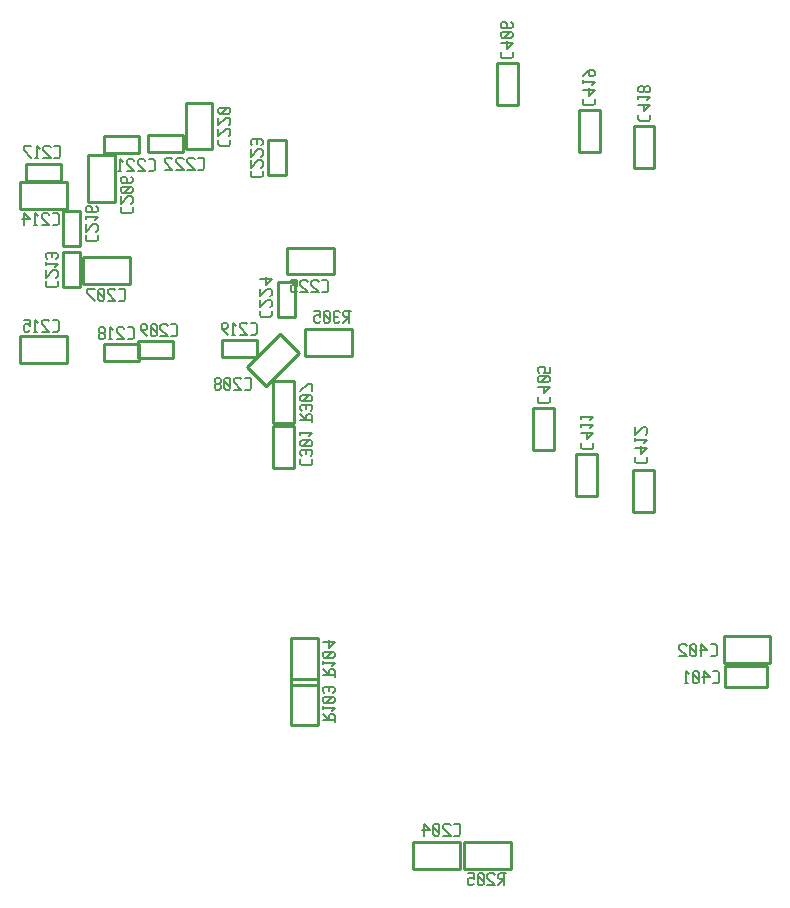
<source format=gbr>
G04 start of page 10 for group -4078 idx -4078 *
G04 Title: (unknown), bottomsilk *
G04 Creator: pcb 20110918 *
G04 CreationDate: Tue 10 Apr 2012 05:20:11 AM GMT UTC *
G04 For: haunma *
G04 Format: Gerber/RS-274X *
G04 PCB-Dimensions: 360000 400000 *
G04 PCB-Coordinate-Origin: lower left *
%MOIN*%
%FSLAX25Y25*%
%LNBOTTOMSILK*%
%ADD197C,0.0080*%
%ADD196C,0.0100*%
G54D196*X177952Y161999D02*Y146401D01*
X169048D02*X177952D01*
X169048Y161999D02*Y146401D01*
Y161999D02*X177952D01*
Y148399D02*Y132801D01*
X169048D02*X177952D01*
X169048Y148399D02*Y132801D01*
Y148399D02*X177952D01*
X209701Y85048D02*X225299D01*
X209701Y93952D02*Y85048D01*
Y93952D02*X225299D01*
Y85048D01*
X271868Y338011D02*Y323989D01*
X264932D02*X271868D01*
X264932Y338011D02*Y323989D01*
Y338011D02*X271868D01*
X283132Y332611D02*Y318589D01*
Y332611D02*X290068D01*
Y318589D01*
X283132D02*X290068D01*
X289968Y218011D02*Y203989D01*
X283032D02*X289968D01*
X283032Y218011D02*Y203989D01*
Y218011D02*X289968D01*
X256468Y238711D02*Y224689D01*
X249532D02*X256468D01*
X249532Y238711D02*Y224689D01*
Y238711D02*X256468D01*
X264032Y223111D02*Y209089D01*
Y223111D02*X270968D01*
Y209089D01*
X264032D02*X270968D01*
X170277Y280630D02*Y268970D01*
X164523D02*X170277D01*
X164523Y280630D02*Y268970D01*
Y280630D02*X170277D01*
X133848Y340399D02*Y324801D01*
Y340399D02*X142752D01*
Y324801D01*
X133848D02*X142752D01*
X157430Y261177D02*X145770D01*
X157430Y255423D02*Y261177D01*
X145770Y255423D02*X157430D01*
X145770Y261177D02*Y255423D01*
X161423Y327830D02*Y316170D01*
Y327830D02*X167177D01*
Y316170D01*
X161423D02*X167177D01*
X244468Y353511D02*Y339489D01*
X237532D02*X244468D01*
X237532Y353511D02*Y339489D01*
Y353511D02*X244468D01*
X313489Y152568D02*X327511D01*
Y145632D01*
X313489D02*X327511D01*
X313489Y152568D02*Y145632D01*
X313101Y162452D02*X328699D01*
Y153548D01*
X313101D02*X328699D01*
X313101Y162452D02*Y153548D01*
X226701Y85048D02*X242299D01*
X226701Y93952D02*Y85048D01*
Y93952D02*X242299D01*
Y85048D01*
X99701Y279948D02*X115299D01*
X99701Y288852D02*Y279948D01*
Y288852D02*X115299D01*
Y279948D01*
X121170Y323823D02*X132830D01*
X121170Y329577D02*Y323823D01*
Y329577D02*X132830D01*
Y323823D01*
X92923Y304230D02*Y292570D01*
Y304230D02*X98677D01*
Y292570D01*
X92923D02*X98677D01*
X101248Y322799D02*Y307201D01*
Y322799D02*X110152D01*
Y307201D01*
X101248D02*X110152D01*
X106470Y323423D02*X118130D01*
X106470D02*Y329177D01*
X118130D01*
Y323423D02*Y329177D01*
X98677Y290530D02*Y278870D01*
X92923D02*X98677D01*
X92923Y290530D02*Y278870D01*
Y290530D02*X98677D01*
X160633Y245838D02*X171662Y256867D01*
X154337Y252134D02*X160633Y245838D01*
X154337Y252134D02*X165366Y263163D01*
X171662Y256867D01*
X163032Y247511D02*Y233489D01*
Y247511D02*X169968D01*
Y233489D01*
X163032D02*X169968D01*
X118130Y259877D02*X106470D01*
X118130Y254123D02*Y259877D01*
X106470Y254123D02*X118130D01*
X106470Y259877D02*Y254123D01*
X118070Y255323D02*X129730D01*
X118070Y261077D02*Y255323D01*
Y261077D02*X129730D01*
Y255323D01*
X169968Y218489D02*Y232511D01*
X163032Y218489D02*X169968D01*
X163032D02*Y232511D01*
X169968D01*
X183239Y292059D02*X167641D01*
X183239Y283155D02*Y292059D01*
X167641Y283155D02*X183239D01*
X167641Y292059D02*Y283155D01*
X189299Y264952D02*X173701D01*
X189299Y256048D02*Y264952D01*
X173701Y256048D02*X189299D01*
X173701Y264952D02*Y256048D01*
X78701Y305048D02*X94299D01*
X78701Y313952D02*Y305048D01*
Y313952D02*X94299D01*
Y305048D01*
X78701Y253548D02*X94299D01*
X78701Y262452D02*Y253548D01*
Y262452D02*X94299D01*
Y253548D01*
X80570Y314286D02*X92230D01*
X80570Y320040D02*Y314286D01*
Y320040D02*X92230D01*
Y314286D01*
G54D197*X183500Y149000D02*Y151000D01*
X183000Y151500D01*
X182000D02*X183000D01*
X181500Y151000D02*X182000Y151500D01*
X181500Y149500D02*Y151000D01*
X179500Y149500D02*X183500D01*
X181500D02*X179500Y151500D01*
Y153200D02*Y154200D01*
Y153700D02*X183500D01*
X182500Y152700D02*X183500Y153700D01*
X180000Y155400D02*X179500Y155900D01*
X180000Y155400D02*X183000D01*
X183500Y155900D01*
Y156900D01*
X183000Y157400D01*
X180000D02*X183000D01*
X179500Y156900D02*X180000Y157400D01*
X179500Y155900D02*Y156900D01*
X180500Y155400D02*X182500Y157400D01*
X181500Y158600D02*X183500Y160600D01*
X181500Y158600D02*Y161100D01*
X179500Y160600D02*X183500D01*
Y134000D02*Y136000D01*
X183000Y136500D01*
X182000D02*X183000D01*
X181500Y136000D02*X182000Y136500D01*
X181500Y134500D02*Y136000D01*
X179500Y134500D02*X183500D01*
X181500D02*X179500Y136500D01*
Y138200D02*Y139200D01*
Y138700D02*X183500D01*
X182500Y137700D02*X183500Y138700D01*
X180000Y140400D02*X179500Y140900D01*
X180000Y140400D02*X183000D01*
X183500Y140900D01*
Y141900D01*
X183000Y142400D01*
X180000D02*X183000D01*
X179500Y141900D02*X180000Y142400D01*
X179500Y140900D02*Y141900D01*
X180500Y140400D02*X182500Y142400D01*
X183000Y143600D02*X183500Y144100D01*
Y145100D01*
X183000Y145600D01*
X180000D02*X183000D01*
X179500Y145100D02*X180000Y145600D01*
X179500Y144100D02*Y145100D01*
X180000Y143600D02*X179500Y144100D01*
X181500D02*Y145600D01*
X309700Y146900D02*X311200D01*
X311700Y147400D02*X311200Y146900D01*
X311700Y147400D02*Y150400D01*
X311200Y150900D01*
X309700D02*X311200D01*
X308500Y148900D02*X306500Y150900D01*
X306000Y148900D02*X308500D01*
X306500Y146900D02*Y150900D01*
X304800Y147400D02*X304300Y146900D01*
X304800Y147400D02*Y150400D01*
X304300Y150900D01*
X303300D02*X304300D01*
X303300D02*X302800Y150400D01*
Y147400D02*Y150400D01*
X303300Y146900D02*X302800Y147400D01*
X303300Y146900D02*X304300D01*
X304800Y147900D02*X302800Y149900D01*
X300100Y146900D02*X301100D01*
X300600D02*Y150900D01*
X301600Y149900D02*X300600Y150900D01*
X308900Y155900D02*X310400D01*
X310900Y156400D02*X310400Y155900D01*
X310900Y156400D02*Y159400D01*
X310400Y159900D01*
X308900D02*X310400D01*
X307700Y157900D02*X305700Y159900D01*
X305200Y157900D02*X307700D01*
X305700Y155900D02*Y159900D01*
X304000Y156400D02*X303500Y155900D01*
X304000Y156400D02*Y159400D01*
X303500Y159900D01*
X302500D02*X303500D01*
X302500D02*X302000Y159400D01*
Y156400D02*Y159400D01*
X302500Y155900D02*X302000Y156400D01*
X302500Y155900D02*X303500D01*
X304000Y156900D02*X302000Y158900D01*
X300800Y159400D02*X300300Y159900D01*
X298800D02*X300300D01*
X298800D02*X298300Y159400D01*
Y158400D02*Y159400D01*
X300800Y155900D02*X298300Y158400D01*
Y155900D02*X300800D01*
X176000Y234000D02*Y236000D01*
X175500Y236500D01*
X174500D02*X175500D01*
X174000Y236000D02*X174500Y236500D01*
X174000Y234500D02*Y236000D01*
X172000Y234500D02*X176000D01*
X174000D02*X172000Y236500D01*
X175500Y237700D02*X176000Y238200D01*
Y239200D01*
X175500Y239700D01*
X172500D02*X175500D01*
X172000Y239200D02*X172500Y239700D01*
X172000Y238200D02*Y239200D01*
X172500Y237700D02*X172000Y238200D01*
X174000D02*Y239700D01*
X172500Y240900D02*X172000Y241400D01*
X172500Y240900D02*X175500D01*
X176000Y241400D01*
Y242400D01*
X175500Y242900D01*
X172500D02*X175500D01*
X172000Y242400D02*X172500Y242900D01*
X172000Y241400D02*Y242400D01*
X173000Y240900D02*X175000Y242900D01*
X172000Y244100D02*X174500Y246600D01*
X176000D01*
Y244100D02*Y246600D01*
X172000Y220000D02*Y221500D01*
X172500Y219500D02*X172000Y220000D01*
X172500Y219500D02*X175500D01*
X176000Y220000D01*
Y221500D01*
X175500Y222700D02*X176000Y223200D01*
Y224200D01*
X175500Y224700D01*
X172500D02*X175500D01*
X172000Y224200D02*X172500Y224700D01*
X172000Y223200D02*Y224200D01*
X172500Y222700D02*X172000Y223200D01*
X174000D02*Y224700D01*
X172500Y225900D02*X172000Y226400D01*
X172500Y225900D02*X175500D01*
X176000Y226400D01*
Y227400D01*
X175500Y227900D01*
X172500D02*X175500D01*
X172000Y227400D02*X172500Y227900D01*
X172000Y226400D02*Y227400D01*
X173000Y225900D02*X175000Y227900D01*
X172000Y229600D02*Y230600D01*
Y230100D02*X176000D01*
X175000Y229100D02*X176000Y230100D01*
X186799Y270921D02*X188799D01*
X186799D02*X186299Y270421D01*
Y269421D02*Y270421D01*
X186799Y268921D02*X186299Y269421D01*
X186799Y268921D02*X188299D01*
Y266921D02*Y270921D01*
Y268921D02*X186299Y266921D01*
X185099Y270421D02*X184599Y270921D01*
X183599D02*X184599D01*
X183599D02*X183099Y270421D01*
Y267421D02*Y270421D01*
X183599Y266921D02*X183099Y267421D01*
X183599Y266921D02*X184599D01*
X185099Y267421D02*X184599Y266921D01*
X183099Y268921D02*X184599D01*
X181899Y267421D02*X181399Y266921D01*
X181899Y267421D02*Y270421D01*
X181399Y270921D01*
X180399D02*X181399D01*
X180399D02*X179899Y270421D01*
Y267421D02*Y270421D01*
X180399Y266921D02*X179899Y267421D01*
X180399Y266921D02*X181399D01*
X181899Y267921D02*X179899Y269921D01*
X176699Y270921D02*X178699D01*
Y268921D02*Y270921D01*
Y268921D02*X178199Y269421D01*
X177199D02*X178199D01*
X177199D02*X176699Y268921D01*
Y267421D02*Y268921D01*
X177199Y266921D02*X176699Y267421D01*
X177199Y266921D02*X178199D01*
X178699Y267421D02*X178199Y266921D01*
X238500Y83532D02*X240500D01*
X238500D02*X238000Y83032D01*
Y82032D02*Y83032D01*
X238500Y81532D02*X238000Y82032D01*
X238500Y81532D02*X240000D01*
Y79532D02*Y83532D01*
Y81532D02*X238000Y79532D01*
X236800Y83032D02*X236300Y83532D01*
X234800D02*X236300D01*
X234800D02*X234300Y83032D01*
Y82032D02*Y83032D01*
X236800Y79532D02*X234300Y82032D01*
Y79532D02*X236800D01*
X233100Y80032D02*X232600Y79532D01*
X233100Y80032D02*Y83032D01*
X232600Y83532D01*
X231600D02*X232600D01*
X231600D02*X231100Y83032D01*
Y80032D02*Y83032D01*
X231600Y79532D02*X231100Y80032D01*
X231600Y79532D02*X232600D01*
X233100Y80532D02*X231100Y82532D01*
X227900Y83532D02*X229900D01*
Y81532D02*Y83532D01*
Y81532D02*X229400Y82032D01*
X228400D02*X229400D01*
X228400D02*X227900Y81532D01*
Y80032D02*Y81532D01*
X228400Y79532D02*X227900Y80032D01*
X228400Y79532D02*X229400D01*
X229900Y80032D02*X229400Y79532D01*
X158500Y269500D02*Y271000D01*
X159000Y269000D02*X158500Y269500D01*
X159000Y269000D02*X162000D01*
X162500Y269500D01*
Y271000D01*
X162000Y272200D02*X162500Y272700D01*
Y274200D01*
X162000Y274700D01*
X161000D02*X162000D01*
X158500Y272200D02*X161000Y274700D01*
X158500Y272200D02*Y274700D01*
X162000Y275900D02*X162500Y276400D01*
Y277900D01*
X162000Y278400D01*
X161000D02*X162000D01*
X158500Y275900D02*X161000Y278400D01*
X158500Y275900D02*Y278400D01*
X160500Y279600D02*X162500Y281600D01*
X160500Y279600D02*Y282100D01*
X158500Y281600D02*X162500D01*
X144700Y326500D02*Y328000D01*
X145200Y326000D02*X144700Y326500D01*
X145200Y326000D02*X148200D01*
X148700Y326500D01*
Y328000D01*
X148200Y329200D02*X148700Y329700D01*
Y331200D01*
X148200Y331700D01*
X147200D02*X148200D01*
X144700Y329200D02*X147200Y331700D01*
X144700Y329200D02*Y331700D01*
X148200Y332900D02*X148700Y333400D01*
Y334900D01*
X148200Y335400D01*
X147200D02*X148200D01*
X144700Y332900D02*X147200Y335400D01*
X144700Y332900D02*Y335400D01*
X145200Y336600D02*X144700Y337100D01*
X145200Y336600D02*X148200D01*
X148700Y337100D01*
Y338100D01*
X148200Y338600D01*
X145200D02*X148200D01*
X144700Y338100D02*X145200Y338600D01*
X144700Y337100D02*Y338100D01*
X145700Y336600D02*X147700Y338600D01*
X155500Y316000D02*Y317500D01*
X156000Y315500D02*X155500Y316000D01*
X156000Y315500D02*X159000D01*
X159500Y316000D01*
Y317500D01*
X159000Y318700D02*X159500Y319200D01*
Y320700D01*
X159000Y321200D01*
X158000D02*X159000D01*
X155500Y318700D02*X158000Y321200D01*
X155500Y318700D02*Y321200D01*
X159000Y322400D02*X159500Y322900D01*
Y324400D01*
X159000Y324900D01*
X158000D02*X159000D01*
X155500Y322400D02*X158000Y324900D01*
X155500Y322400D02*Y324900D01*
X159000Y326100D02*X159500Y326600D01*
Y327600D01*
X159000Y328100D01*
X156000D02*X159000D01*
X155500Y327600D02*X156000Y328100D01*
X155500Y326600D02*Y327600D01*
X156000Y326100D02*X155500Y326600D01*
X157500D02*Y328100D01*
X179359Y277114D02*X180859D01*
X181359Y277614D02*X180859Y277114D01*
X181359Y277614D02*Y280614D01*
X180859Y281114D01*
X179359D02*X180859D01*
X178159Y280614D02*X177659Y281114D01*
X176159D02*X177659D01*
X176159D02*X175659Y280614D01*
Y279614D02*Y280614D01*
X178159Y277114D02*X175659Y279614D01*
Y277114D02*X178159D01*
X174459Y280614D02*X173959Y281114D01*
X172459D02*X173959D01*
X172459D02*X171959Y280614D01*
Y279614D02*Y280614D01*
X174459Y277114D02*X171959Y279614D01*
Y277114D02*X174459D01*
X168759Y281114D02*X170759D01*
Y279114D02*Y281114D01*
Y279114D02*X170259Y279614D01*
X169259D02*X170259D01*
X169259D02*X168759Y279114D01*
Y277614D02*Y279114D01*
X169259Y277114D02*X168759Y277614D01*
X169259Y277114D02*X170259D01*
X170759Y277614D02*X170259Y277114D01*
X138000Y318000D02*X139500D01*
X140000Y318500D02*X139500Y318000D01*
X140000Y318500D02*Y321500D01*
X139500Y322000D01*
X138000D02*X139500D01*
X136800Y321500D02*X136300Y322000D01*
X134800D02*X136300D01*
X134800D02*X134300Y321500D01*
Y320500D02*Y321500D01*
X136800Y318000D02*X134300Y320500D01*
Y318000D02*X136800D01*
X133100Y321500D02*X132600Y322000D01*
X131100D02*X132600D01*
X131100D02*X130600Y321500D01*
Y320500D02*Y321500D01*
X133100Y318000D02*X130600Y320500D01*
Y318000D02*X133100D01*
X129400Y321500D02*X128900Y322000D01*
X127400D02*X128900D01*
X127400D02*X126900Y321500D01*
Y320500D02*Y321500D01*
X129400Y318000D02*X126900Y320500D01*
Y318000D02*X129400D01*
X121500Y317500D02*X123000D01*
X123500Y318000D02*X123000Y317500D01*
X123500Y318000D02*Y321000D01*
X123000Y321500D01*
X121500D02*X123000D01*
X120300Y321000D02*X119800Y321500D01*
X118300D02*X119800D01*
X118300D02*X117800Y321000D01*
Y320000D02*Y321000D01*
X120300Y317500D02*X117800Y320000D01*
Y317500D02*X120300D01*
X116600Y321000D02*X116100Y321500D01*
X114600D02*X116100D01*
X114600D02*X114100Y321000D01*
Y320000D02*Y321000D01*
X116600Y317500D02*X114100Y320000D01*
Y317500D02*X116600D01*
X111400D02*X112400D01*
X111900D02*Y321500D01*
X112900Y320500D02*X111900Y321500D01*
X111600Y274300D02*X113100D01*
X113600Y274800D02*X113100Y274300D01*
X113600Y274800D02*Y277800D01*
X113100Y278300D01*
X111600D02*X113100D01*
X110400Y277800D02*X109900Y278300D01*
X108400D02*X109900D01*
X108400D02*X107900Y277800D01*
Y276800D02*Y277800D01*
X110400Y274300D02*X107900Y276800D01*
Y274300D02*X110400D01*
X106700Y274800D02*X106200Y274300D01*
X106700Y274800D02*Y277800D01*
X106200Y278300D01*
X105200D02*X106200D01*
X105200D02*X104700Y277800D01*
Y274800D02*Y277800D01*
X105200Y274300D02*X104700Y274800D01*
X105200Y274300D02*X106200D01*
X106700Y275300D02*X104700Y277300D01*
X103500Y274300D02*X101000Y276800D01*
Y278300D01*
X103500D01*
X100500Y294700D02*Y296200D01*
X101000Y294200D02*X100500Y294700D01*
X101000Y294200D02*X104000D01*
X104500Y294700D01*
Y296200D01*
X104000Y297400D02*X104500Y297900D01*
Y299400D01*
X104000Y299900D01*
X103000D02*X104000D01*
X100500Y297400D02*X103000Y299900D01*
X100500Y297400D02*Y299900D01*
Y301600D02*Y302600D01*
Y302100D02*X104500D01*
X103500Y301100D02*X104500Y302100D01*
Y305300D02*X104000Y305800D01*
X104500Y304300D02*Y305300D01*
X104000Y303800D02*X104500Y304300D01*
X101000Y303800D02*X104000D01*
X101000D02*X100500Y304300D01*
X102500Y305300D02*X102000Y305800D01*
X102500Y303800D02*Y305300D01*
X100500Y304300D02*Y305300D01*
X101000Y305800D01*
X102000D01*
X112200Y304000D02*Y305500D01*
X112700Y303500D02*X112200Y304000D01*
X112700Y303500D02*X115700D01*
X116200Y304000D01*
Y305500D01*
X115700Y306700D02*X116200Y307200D01*
Y308700D01*
X115700Y309200D01*
X114700D02*X115700D01*
X112200Y306700D02*X114700Y309200D01*
X112200Y306700D02*Y309200D01*
X112700Y310400D02*X112200Y310900D01*
X112700Y310400D02*X115700D01*
X116200Y310900D01*
Y311900D01*
X115700Y312400D01*
X112700D02*X115700D01*
X112200Y311900D02*X112700Y312400D01*
X112200Y310900D02*Y311900D01*
X113200Y310400D02*X115200Y312400D01*
X116200Y315100D02*X115700Y315600D01*
X116200Y314100D02*Y315100D01*
X115700Y313600D02*X116200Y314100D01*
X112700Y313600D02*X115700D01*
X112700D02*X112200Y314100D01*
X114200Y315100D02*X113700Y315600D01*
X114200Y313600D02*Y315100D01*
X112200Y314100D02*Y315100D01*
X112700Y315600D01*
X113700D01*
X251200Y240751D02*Y242251D01*
X251700Y240251D02*X251200Y240751D01*
X251700Y240251D02*X254700D01*
X255200Y240751D01*
Y242251D01*
X253200Y243451D02*X255200Y245451D01*
X253200Y243451D02*Y245951D01*
X251200Y245451D02*X255200D01*
X251700Y247151D02*X251200Y247651D01*
X251700Y247151D02*X254700D01*
X255200Y247651D01*
Y248651D01*
X254700Y249151D01*
X251700D02*X254700D01*
X251200Y248651D02*X251700Y249151D01*
X251200Y247651D02*Y248651D01*
X252200Y247151D02*X254200Y249151D01*
X255200Y250351D02*Y252351D01*
X253200Y250351D02*X255200D01*
X253200D02*X253700Y250851D01*
Y251851D01*
X253200Y252351D01*
X251700D02*X253200D01*
X251200Y251851D02*X251700Y252351D01*
X251200Y250851D02*Y251851D01*
X251700Y250351D02*X251200Y250851D01*
X283600Y220651D02*Y222151D01*
X284100Y220151D02*X283600Y220651D01*
X284100Y220151D02*X287100D01*
X287600Y220651D01*
Y222151D01*
X285600Y223351D02*X287600Y225351D01*
X285600Y223351D02*Y225851D01*
X283600Y225351D02*X287600D01*
X283600Y227551D02*Y228551D01*
Y228051D02*X287600D01*
X286600Y227051D02*X287600Y228051D01*
X287100Y229751D02*X287600Y230251D01*
Y231751D01*
X287100Y232251D01*
X286100D02*X287100D01*
X283600Y229751D02*X286100Y232251D01*
X283600Y229751D02*Y232251D01*
X265600Y225400D02*Y226900D01*
X266100Y224900D02*X265600Y225400D01*
X266100Y224900D02*X269100D01*
X269600Y225400D01*
Y226900D01*
X267600Y228100D02*X269600Y230100D01*
X267600Y228100D02*Y230600D01*
X265600Y230100D02*X269600D01*
X265600Y232300D02*Y233300D01*
Y232800D02*X269600D01*
X268600Y231800D02*X269600Y232800D01*
X265600Y235000D02*Y236000D01*
Y235500D02*X269600D01*
X268600Y234500D02*X269600Y235500D01*
X266137Y339991D02*Y341491D01*
X266637Y339491D02*X266137Y339991D01*
X266637Y339491D02*X269637D01*
X270137Y339991D01*
Y341491D01*
X268137Y342691D02*X270137Y344691D01*
X268137Y342691D02*Y345191D01*
X266137Y344691D02*X270137D01*
X266137Y346891D02*Y347891D01*
Y347391D02*X270137D01*
X269137Y346391D02*X270137Y347391D01*
X266137Y349091D02*X268137Y351091D01*
X269637D01*
X270137Y350591D02*X269637Y351091D01*
X270137Y349591D02*Y350591D01*
X269637Y349091D02*X270137Y349591D01*
X268637Y349091D02*X269637D01*
X268637D02*X268137Y349591D01*
Y351091D01*
X284737Y334789D02*Y336289D01*
X285237Y334289D02*X284737Y334789D01*
X285237Y334289D02*X288237D01*
X288737Y334789D01*
Y336289D01*
X286737Y337489D02*X288737Y339489D01*
X286737Y337489D02*Y339989D01*
X284737Y339489D02*X288737D01*
X284737Y341689D02*Y342689D01*
Y342189D02*X288737D01*
X287737Y341189D02*X288737Y342189D01*
X285237Y343889D02*X284737Y344389D01*
X285237Y343889D02*X286237D01*
X286737Y344389D01*
Y345389D01*
X286237Y345889D01*
X285237D02*X286237D01*
X284737Y345389D02*X285237Y345889D01*
X284737Y344389D02*Y345389D01*
X287237Y343889D02*X286737Y344389D01*
X287237Y343889D02*X288237D01*
X288737Y344389D01*
Y345389D01*
X288237Y345889D01*
X287237D02*X288237D01*
X286737Y345389D02*X287237Y345889D01*
X238900Y355600D02*Y357100D01*
X239400Y355100D02*X238900Y355600D01*
X239400Y355100D02*X242400D01*
X242900Y355600D01*
Y357100D01*
X240900Y358300D02*X242900Y360300D01*
X240900Y358300D02*Y360800D01*
X238900Y360300D02*X242900D01*
X239400Y362000D02*X238900Y362500D01*
X239400Y362000D02*X242400D01*
X242900Y362500D01*
Y363500D01*
X242400Y364000D01*
X239400D02*X242400D01*
X238900Y363500D02*X239400Y364000D01*
X238900Y362500D02*Y363500D01*
X239900Y362000D02*X241900Y364000D01*
X242900Y366700D02*X242400Y367200D01*
X242900Y365700D02*Y366700D01*
X242400Y365200D02*X242900Y365700D01*
X239400Y365200D02*X242400D01*
X239400D02*X238900Y365700D01*
X240900Y366700D02*X240400Y367200D01*
X240900Y365200D02*Y366700D01*
X238900Y365700D02*Y366700D01*
X239400Y367200D01*
X240400D01*
X90000Y322000D02*X91500D01*
X92000Y322500D02*X91500Y322000D01*
X92000Y322500D02*Y325500D01*
X91500Y326000D01*
X90000D02*X91500D01*
X88800Y325500D02*X88300Y326000D01*
X86800D02*X88300D01*
X86800D02*X86300Y325500D01*
Y324500D02*Y325500D01*
X88800Y322000D02*X86300Y324500D01*
Y322000D02*X88800D01*
X83600D02*X84600D01*
X84100D02*Y326000D01*
X85100Y325000D02*X84100Y326000D01*
X82400Y322000D02*X79900Y324500D01*
Y326000D01*
X82400D01*
X87200Y279300D02*Y280800D01*
X87700Y278800D02*X87200Y279300D01*
X87700Y278800D02*X90700D01*
X91200Y279300D01*
Y280800D01*
X90700Y282000D02*X91200Y282500D01*
Y284000D01*
X90700Y284500D01*
X89700D02*X90700D01*
X87200Y282000D02*X89700Y284500D01*
X87200Y282000D02*Y284500D01*
Y286200D02*Y287200D01*
Y286700D02*X91200D01*
X90200Y285700D02*X91200Y286700D01*
X90700Y288400D02*X91200Y288900D01*
Y289900D01*
X90700Y290400D01*
X87700D02*X90700D01*
X87200Y289900D02*X87700Y290400D01*
X87200Y288900D02*Y289900D01*
X87700Y288400D02*X87200Y288900D01*
X89200D02*Y290400D01*
X89500Y299500D02*X91000D01*
X91500Y300000D02*X91000Y299500D01*
X91500Y300000D02*Y303000D01*
X91000Y303500D01*
X89500D02*X91000D01*
X88300Y303000D02*X87800Y303500D01*
X86300D02*X87800D01*
X86300D02*X85800Y303000D01*
Y302000D02*Y303000D01*
X88300Y299500D02*X85800Y302000D01*
Y299500D02*X88300D01*
X83100D02*X84100D01*
X83600D02*Y303500D01*
X84600Y302500D02*X83600Y303500D01*
X81900Y301500D02*X79900Y303500D01*
X79400Y301500D02*X81900D01*
X79900Y299500D02*Y303500D01*
X89500Y264000D02*X91000D01*
X91500Y264500D02*X91000Y264000D01*
X91500Y264500D02*Y267500D01*
X91000Y268000D01*
X89500D02*X91000D01*
X88300Y267500D02*X87800Y268000D01*
X86300D02*X87800D01*
X86300D02*X85800Y267500D01*
Y266500D02*Y267500D01*
X88300Y264000D02*X85800Y266500D01*
Y264000D02*X88300D01*
X83100D02*X84100D01*
X83600D02*Y268000D01*
X84600Y267000D02*X83600Y268000D01*
X79900D02*X81900D01*
Y266000D02*Y268000D01*
Y266000D02*X81400Y266500D01*
X80400D02*X81400D01*
X80400D02*X79900Y266000D01*
Y264500D02*Y266000D01*
X80400Y264000D02*X79900Y264500D01*
X80400Y264000D02*X81400D01*
X81900Y264500D02*X81400Y264000D01*
X153607Y244681D02*X155107D01*
X155607Y245181D02*X155107Y244681D01*
X155607Y245181D02*Y248181D01*
X155107Y248681D01*
X153607D02*X155107D01*
X152407Y248181D02*X151907Y248681D01*
X150407D02*X151907D01*
X150407D02*X149907Y248181D01*
Y247181D02*Y248181D01*
X152407Y244681D02*X149907Y247181D01*
Y244681D02*X152407D01*
X148707Y245181D02*X148207Y244681D01*
X148707Y245181D02*Y248181D01*
X148207Y248681D01*
X147207D02*X148207D01*
X147207D02*X146707Y248181D01*
Y245181D02*Y248181D01*
X147207Y244681D02*X146707Y245181D01*
X147207Y244681D02*X148207D01*
X148707Y245681D02*X146707Y247681D01*
X145507Y245181D02*X145007Y244681D01*
X145507Y245181D02*Y246181D01*
X145007Y246681D01*
X144007D02*X145007D01*
X144007D02*X143507Y246181D01*
Y245181D02*Y246181D01*
X144007Y244681D02*X143507Y245181D01*
X144007Y244681D02*X145007D01*
X145507Y247181D02*X145007Y246681D01*
X145507Y247181D02*Y248181D01*
X145007Y248681D01*
X144007D02*X145007D01*
X144007D02*X143507Y248181D01*
Y247181D02*Y248181D01*
X144007Y246681D02*X143507Y247181D01*
X155500Y263000D02*X157000D01*
X157500Y263500D02*X157000Y263000D01*
X157500Y263500D02*Y266500D01*
X157000Y267000D01*
X155500D02*X157000D01*
X154300Y266500D02*X153800Y267000D01*
X152300D02*X153800D01*
X152300D02*X151800Y266500D01*
Y265500D02*Y266500D01*
X154300Y263000D02*X151800Y265500D01*
Y263000D02*X154300D01*
X149100D02*X150100D01*
X149600D02*Y267000D01*
X150600Y266000D02*X149600Y267000D01*
X147900Y263000D02*X145900Y265000D01*
Y266500D01*
X146400Y267000D02*X145900Y266500D01*
X146400Y267000D02*X147400D01*
X147900Y266500D02*X147400Y267000D01*
X147900Y265500D02*Y266500D01*
Y265500D02*X147400Y265000D01*
X145900D02*X147400D01*
X114500Y261500D02*X116000D01*
X116500Y262000D02*X116000Y261500D01*
X116500Y262000D02*Y265000D01*
X116000Y265500D01*
X114500D02*X116000D01*
X113300Y265000D02*X112800Y265500D01*
X111300D02*X112800D01*
X111300D02*X110800Y265000D01*
Y264000D02*Y265000D01*
X113300Y261500D02*X110800Y264000D01*
Y261500D02*X113300D01*
X108100D02*X109100D01*
X108600D02*Y265500D01*
X109600Y264500D02*X108600Y265500D01*
X106900Y262000D02*X106400Y261500D01*
X106900Y262000D02*Y263000D01*
X106400Y263500D01*
X105400D02*X106400D01*
X105400D02*X104900Y263000D01*
Y262000D02*Y263000D01*
X105400Y261500D02*X104900Y262000D01*
X105400Y261500D02*X106400D01*
X106900Y264000D02*X106400Y263500D01*
X106900Y264000D02*Y265000D01*
X106400Y265500D01*
X105400D02*X106400D01*
X105400D02*X104900Y265000D01*
Y264000D02*Y265000D01*
X105400Y263500D02*X104900Y264000D01*
X129000Y262500D02*X130500D01*
X131000Y263000D02*X130500Y262500D01*
X131000Y263000D02*Y266000D01*
X130500Y266500D01*
X129000D02*X130500D01*
X127800Y266000D02*X127300Y266500D01*
X125800D02*X127300D01*
X125800D02*X125300Y266000D01*
Y265000D02*Y266000D01*
X127800Y262500D02*X125300Y265000D01*
Y262500D02*X127800D01*
X124100Y263000D02*X123600Y262500D01*
X124100Y263000D02*Y266000D01*
X123600Y266500D01*
X122600D02*X123600D01*
X122600D02*X122100Y266000D01*
Y263000D02*Y266000D01*
X122600Y262500D02*X122100Y263000D01*
X122600Y262500D02*X123600D01*
X124100Y263500D02*X122100Y265500D01*
X120900Y262500D02*X118900Y264500D01*
Y266000D01*
X119400Y266500D02*X118900Y266000D01*
X119400Y266500D02*X120400D01*
X120900Y266000D02*X120400Y266500D01*
X120900Y265000D02*Y266000D01*
Y265000D02*X120400Y264500D01*
X118900D02*X120400D01*
X223299Y95921D02*X224799D01*
X225299Y96421D02*X224799Y95921D01*
X225299Y96421D02*Y99421D01*
X224799Y99921D01*
X223299D02*X224799D01*
X222099Y99421D02*X221599Y99921D01*
X220099D02*X221599D01*
X220099D02*X219599Y99421D01*
Y98421D02*Y99421D01*
X222099Y95921D02*X219599Y98421D01*
Y95921D02*X222099D01*
X218399Y96421D02*X217899Y95921D01*
X218399Y96421D02*Y99421D01*
X217899Y99921D01*
X216899D02*X217899D01*
X216899D02*X216399Y99421D01*
Y96421D02*Y99421D01*
X216899Y95921D02*X216399Y96421D01*
X216899Y95921D02*X217899D01*
X218399Y96921D02*X216399Y98921D01*
X215199Y97921D02*X213199Y99921D01*
X212699Y97921D02*X215199D01*
X213199Y95921D02*Y99921D01*
M02*

</source>
